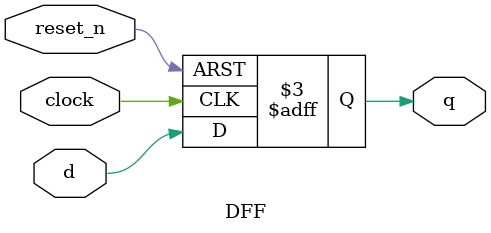
<source format=sv>

module DFF
//-----------------Ports-----------------\\
(
    input  logic reset_n,
    input  logic clock,
    input  logic d,

    output logic q
);

//-----------------Logic-----------------\\
always_ff @(posedge clock, negedge reset_n)
begin
    if(!reset_n)
    begin
        q <= 1'b0;
    end
    else
    begin
        q <= d;
    end
end

endmodule
</source>
